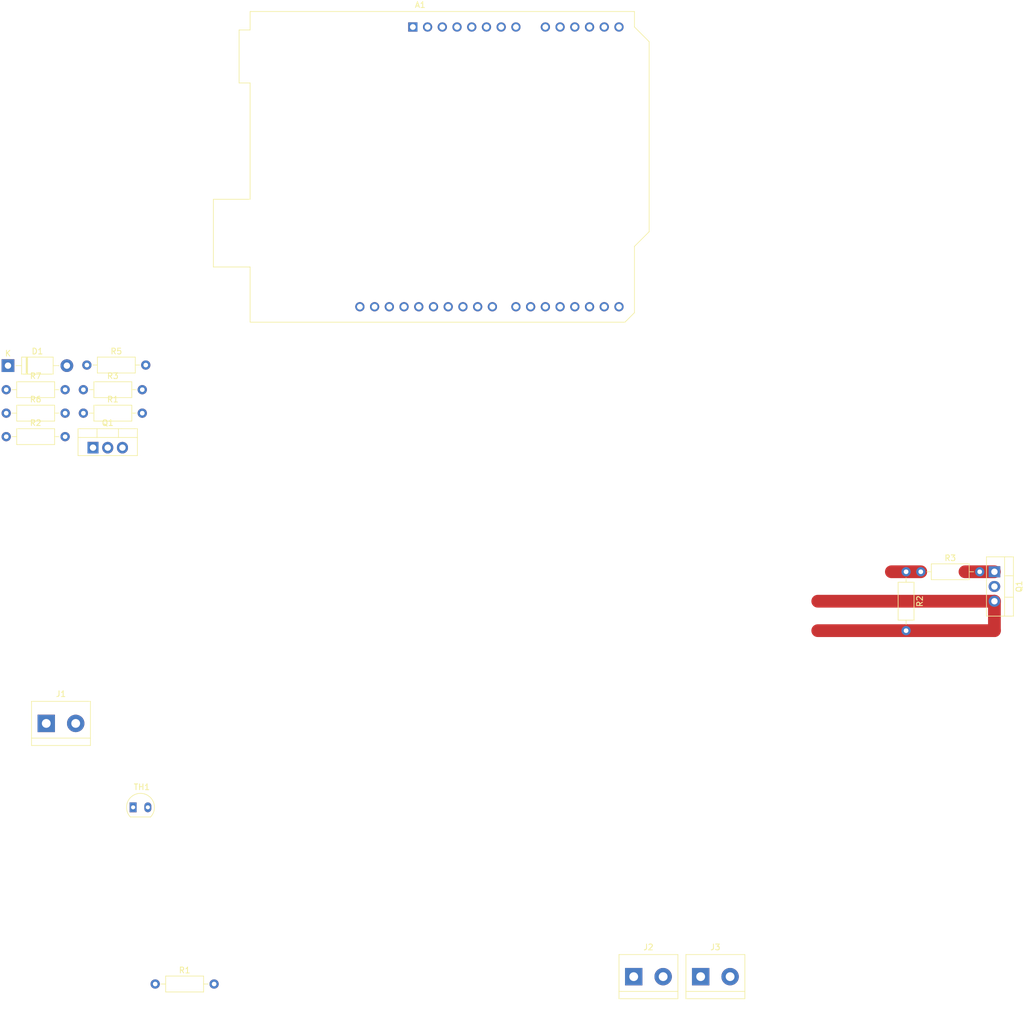
<source format=kicad_pcb>
(kicad_pcb (version 20211014) (generator pcbnew)
  (layers (0 "F.Cu" signal) (31 "B.Cu" signal) (34 "B.Paste" user) (35 "F.Paste" user) (36 "B.SilkS" user "B.Silkscreen") (37 "F.SilkS" user "F.Silkscreen") (38 "B.Mask" user) (39 "F.Mask" user) (44 "Edge.Cuts" user))
  (net 0 "")
  (net 5 "+5V")
  (net 6 "GND")
  (net 7 "+12V")
  (net 8 "/SENS")
  (net 14 "/LED_MAIN_PWR")
  (net 15 "/LED_HTR_WRN")
  (net 16 "/LED_HTR_RDY")
  (net 31 "VCC")
  (net 32 "Net-(J1-Pad2)")
  (net 33 "Net-(Q1-Pad1)")
  (net 34 "/HEAT")
  (net 35 "Net-(D1-Pad2)")
  (net 36 "/HEATER")
  (net 37 "Net-(J2A1-Pad5)")
  (net 38 "Net-(J2A1-Pad6)")
  (net 39 "Net-(J2A1-Pad7)")
  (footprint "Package_TO_SOT_THT:SOD-70_P2.54mm" (layer "F.Cu") (at 62.23 119.38)
    (fp_text reference "TH1" (at 1.5 -3.5) (layer "F.SilkS"))
    (fp_text value "KTY10")
    (fp_line (start 3.017141 1.66) (end -0.477141 1.66) (layer "F.SilkS") (width 0.12))
    (fp_arc (start -0.477141 1.66) (mid 1.27 -2.41) (end 3.017141 1.66) (layer "F.SilkS") (width 0.12))
    (pad "1" thru_hole rect (at 0 0) (size 1.2 1.7) (drill 0.7) (layers *.Cu *.Mask) (net 5 "+5V"))
    (pad "2" thru_hole oval (at 2.54 0) (size 1.2 1.7) (drill 0.7) (layers *.Cu *.Mask) (net 8 "/SENS"))
  )
  (footprint "TerminalBlock:TerminalBlock_bornier-2_P5.08mm" (layer "F.Cu") (at 47.244 104.902)
    (fp_text reference "J1" (at 2.54 -5.08) (layer "F.SilkS"))
    (fp_text value "Peltier_Terminal")
    (fp_line (start 7.62 2.54) (end -2.54 2.54) (layer "F.SilkS") (width 0.12))
    (fp_line (start -2.54 3.81) (end 7.62 3.81) (layer "F.SilkS") (width 0.12))
    (fp_line (start 7.62 3.81) (end 7.62 -3.81) (layer "F.SilkS") (width 0.12))
    (fp_line (start -2.54 -3.81) (end -2.54 3.81) (layer "F.SilkS") (width 0.12))
    (fp_line (start 7.62 -3.81) (end -2.54 -3.81) (layer "F.SilkS") (width 0.12))
    (pad "1" thru_hole rect (at 0 0) (size 3 3) (drill 1.52) (layers *.Cu *.Mask) (net 31 "VCC"))
    (pad "2" thru_hole circle (at 5.08 0) (size 3 3) (drill 1.52) (layers *.Cu *.Mask) (net 32 "Net-(J1-Pad2)"))
  )
  (footprint "Resistor_THT:R_Axial_DIN0207_L6.3mm_D2.5mm_P10.16mm_Horizontal" (layer "F.Cu") (at 40.34 47.33)
    (fp_text reference "R7" (at 5.08 -2.37) (layer "F.SilkS"))
    (fp_text value "R220")
    (fp_line (start 1.04 0) (end 1.81 0) (layer "F.SilkS") (width 0.12))
    (fp_line (start 9.12 0) (end 8.35 0) (layer "F.SilkS") (width 0.12))
    (fp_line (start 1.81 1.37) (end 8.35 1.37) (layer "F.SilkS") (width 0.12))
    (fp_line (start 8.35 -1.37) (end 1.81 -1.37) (layer "F.SilkS") (width 0.12))
    (fp_line (start 8.35 1.37) (end 8.35 -1.37) (layer "F.SilkS") (width 0.12))
    (fp_line (start 1.81 -1.37) (end 1.81 1.37) (layer "F.SilkS") (width 0.12))
    (pad "1" thru_hole circle (at 0 0) (size 1.6 1.6) (drill 0.8) (layers *.Cu *.Mask) (net 6 "GND"))
    (pad "2" thru_hole oval (at 10.16 0) (size 1.6 1.6) (drill 0.8) (layers *.Cu *.Mask) (net 39 "Net-(J2A1-Pad7)"))
  )
  (footprint "Resistor_THT:R_Axial_DIN0207_L6.3mm_D2.5mm_P10.16mm_Horizontal" (layer "F.Cu") (at 53.65 51.38)
    (fp_text reference "R1" (at 5.08 -2.37) (layer "F.SilkS"))
    (fp_text value "3k")
    (fp_line (start 1.81 1.37) (end 8.35 1.37) (layer "F.SilkS") (width 0.12))
    (fp_line (start 1.81 -1.37) (end 1.81 1.37) (layer "F.SilkS") (width 0.12))
    (fp_line (start 8.35 -1.37) (end 1.81 -1.37) (layer "F.SilkS") (width 0.12))
    (fp_line (start 1.04 0) (end 1.81 0) (layer "F.SilkS") (width 0.12))
    (fp_line (start 8.35 1.37) (end 8.35 -1.37) (layer "F.SilkS") (width 0.12))
    (fp_line (start 9.12 0) (end 8.35 0) (layer "F.SilkS") (width 0.12))
    (pad "1" thru_hole circle (at 0 0) (size 1.6 1.6) (drill 0.8) (layers *.Cu *.Mask) (net 8 "/SENS"))
    (pad "2" thru_hole oval (at 10.16 0) (size 1.6 1.6) (drill 0.8) (layers *.Cu *.Mask) (net 6 "GND"))
  )
  (footprint "TerminalBlock:TerminalBlock_bornier-2_P5.08mm" (layer "F.Cu") (at 148.59 148.59)
    (fp_text reference "J2" (at 2.54 -5.08) (layer "F.SilkS"))
    (fp_text value "12V_Terminal")
    (fp_line (start -2.54 -3.81) (end -2.54 3.81) (layer "F.SilkS") (width 0.12))
    (fp_line (start 7.62 3.81) (end 7.62 -3.81) (layer "F.SilkS") (width 0.12))
    (fp_line (start 7.62 -3.81) (end -2.54 -3.81) (layer "F.SilkS") (width 0.12))
    (fp_line (start -2.54 3.81) (end 7.62 3.81) (layer "F.SilkS") (width 0.12))
    (fp_line (start 7.62 2.54) (end -2.54 2.54) (layer "F.SilkS") (width 0.12))
    (pad "1" thru_hole rect (at 0 0) (size 3 3) (drill 1.52) (layers *.Cu *.Mask) (net 7 "+12V"))
    (pad "2" thru_hole circle (at 5.08 0) (size 3 3) (drill 1.52) (layers *.Cu *.Mask) (net 6 "GND"))
  )
  (footprint "Package_TO_SOT_THT:TO-220-3_Vertical" (layer "F.Cu") (at 210.82 78.74 -90)
    (fp_text reference "Q1" (at 2.54 -4.27 90) (layer "F.SilkS"))
    (fp_text value "IRF640")
    (fp_line (start 4.391 -3.27) (end 4.391 -1.76) (layer "F.SilkS") (width 0.12))
    (fp_line (start 7.66 -3.27) (end 7.66 1.371) (layer "F.SilkS") (width 0.12))
    (fp_line (start 0.69 -3.27) (end 0.69 -1.76) (layer "F.SilkS") (width 0.12))
    (fp_line (start -2.58 -1.76) (end 7.66 -1.76) (layer "F.SilkS") (width 0.12))
    (fp_line (start -2.58 1.371) (end 7.66 1.371) (layer "F.SilkS") (width 0.12))
    (fp_line (start -2.58 -3.27) (end 7.66 -3.27) (layer "F.SilkS") (width 0.12))
    (fp_line (start -2.58 -3.27) (end -2.58 1.371) (layer "F.SilkS") (width 0.12))
    (pad "1" thru_hole rect (at 0 0 270) (size 1.905 2) (drill 1.1) (layers *.Cu *.Mask) (net 33 "Net-(Q1-Pad1)"))
    (pad "2" thru_hole oval (at 2.54 0 270) (size 1.905 2) (drill 1.1) (layers *.Cu *.Mask) (net 32 "Net-(J1-Pad2)"))
    (pad "3" thru_hole oval (at 5.08 0 270) (size 1.905 2) (drill 1.1) (layers *.Cu *.Mask) (net 6 "GND"))
  )
  (footprint "Resistor_THT:R_Axial_DIN0207_L6.3mm_D2.5mm_P10.16mm_Horizontal" (layer "F.Cu") (at 53.65 47.33)
    (fp_text reference "R3" (at 5.08 -2.37) (layer "F.SilkS"))
    (fp_text value "1k")
    (fp_line (start 1.81 1.37) (end 8.35 1.37) (layer "F.SilkS") (width 0.12))
    (fp_line (start 1.04 0) (end 1.81 0) (layer "F.SilkS") (width 0.12))
    (fp_line (start 9.12 0) (end 8.35 0) (layer "F.SilkS") (width 0.12))
    (fp_line (start 8.35 -1.37) (end 1.81 -1.37) (layer "F.SilkS") (width 0.12))
    (fp_line (start 1.81 -1.37) (end 1.81 1.37) (layer "F.SilkS") (width 0.12))
    (fp_line (start 8.35 1.37) (end 8.35 -1.37) (layer "F.SilkS") (width 0.12))
    (pad "1" thru_hole circle (at 0 0) (size 1.6 1.6) (drill 0.8) (layers *.Cu *.Mask) (net 36 "/HEATER"))
    (pad "2" thru_hole oval (at 10.16 0) (size 1.6 1.6) (drill 0.8) (layers *.Cu *.Mask) (net 33 "Net-(Q1-Pad1)"))
  )
  (footprint "Package_TO_SOT_THT:TO-220-3_Vertical" (layer "F.Cu") (at 55.31 57.33)
    (fp_text reference "Q1" (at 2.54 -4.27) (layer "F.SilkS"))
    (fp_text value "IRF3205")
    (fp_line (start 0.69 -3.27) (end 0.69 -1.76) (layer "F.SilkS") (width 0.12))
    (fp_line (start 4.391 -3.27) (end 4.391 -1.76) (layer "F.SilkS") (width 0.12))
    (fp_line (start 7.66 -3.27) (end 7.66 1.371) (layer "F.SilkS") (width 0.12))
    (fp_line (start -2.58 -3.27) (end -2.58 1.371) (layer "F.SilkS") (width 0.12))
    (fp_line (start -2.58 -1.76) (end 7.66 -1.76) (layer "F.SilkS") (width 0.12))
    (fp_line (start -2.58 -3.27) (end 7.66 -3.27) (layer "F.SilkS") (width 0.12))
    (fp_line (start -2.58 1.371) (end 7.66 1.371) (layer "F.SilkS") (width 0.12))
    (pad "1" thru_hole rect (at 0 0) (size 1.905 2) (drill 1.1) (layers *.Cu *.Mask) (net 33 "Net-(Q1-Pad1)"))
    (pad "2" thru_hole oval (at 2.54 0) (size 1.905 2) (drill 1.1) (layers *.Cu *.Mask) (net 35 "Net-(D1-Pad2)"))
    (pad "3" thru_hole oval (at 5.08 0) (size 1.905 2) (drill 1.1) (layers *.Cu *.Mask) (net 6 "GND"))
  )
  (footprint "TerminalBlock:TerminalBlock_bornier-2_P5.08mm" (layer "F.Cu") (at 160.14 148.59)
    (fp_text reference "J3" (at 2.54 -5.08) (layer "F.SilkS"))
    (fp_text value "Sensor_Terminal")
    (fp_line (start -2.54 -3.81) (end -2.54 3.81) (layer "F.SilkS") (width 0.12))
    (fp_line (start 7.62 -3.81) (end -2.54 -3.81) (layer "F.SilkS") (width 0.12))
    (fp_line (start -2.54 3.81) (end 7.62 3.81) (layer "F.SilkS") (width 0.12))
    (fp_line (start 7.62 3.81) (end 7.62 -3.81) (layer "F.SilkS") (width 0.12))
    (fp_line (start 7.62 2.54) (end -2.54 2.54) (layer "F.SilkS") (width 0.12))
    (pad "1" thru_hole rect (at 0 0) (size 3 3) (drill 1.52) (layers *.Cu *.Mask) (net 5 "+5V"))
    (pad "2" thru_hole circle (at 5.08 0) (size 3 3) (drill 1.52) (layers *.Cu *.Mask) (net 8 "/SENS"))
  )
  (footprint "Resistor_THT:R_Axial_DIN0207_L6.3mm_D2.5mm_P10.16mm_Horizontal" (layer "F.Cu") (at 54.25 43.08)
    (fp_text reference "R5" (at 5.08 -2.37) (layer "F.SilkS"))
    (fp_text value "R220")
    (fp_line (start 8.35 1.37) (end 8.35 -1.37) (layer "F.SilkS") (width 0.12))
    (fp_line (start 1.04 0) (end 1.81 0) (layer "F.SilkS") (width 0.12))
    (fp_line (start 8.35 -1.37) (end 1.81 -1.37) (layer "F.SilkS") (width 0.12))
    (fp_line (start 1.81 -1.37) (end 1.81 1.37) (layer "F.SilkS") (width 0.12))
    (fp_line (start 1.81 1.37) (end 8.35 1.37) (layer "F.SilkS") (width 0.12))
    (fp_line (start 9.12 0) (end 8.35 0) (layer "F.SilkS") (width 0.12))
    (pad "1" thru_hole circle (at 0 0) (size 1.6 1.6) (drill 0.8) (layers *.Cu *.Mask) (net 6 "GND"))
    (pad "2" thru_hole oval (at 10.16 0) (size 1.6 1.6) (drill 0.8) (layers *.Cu *.Mask) (net 37 "Net-(J2A1-Pad5)"))
  )
  (footprint "Resistor_THT:R_Axial_DIN0207_L6.3mm_D2.5mm_P10.16mm_Horizontal" (layer "F.Cu") (at 66.04 149.86)
    (fp_text reference "R1" (at 5.08 -2.37) (layer "F.SilkS"))
    (fp_text value "3k")
    (fp_line (start 1.81 -1.37) (end 1.81 1.37) (layer "F.SilkS") (width 0.12))
    (fp_line (start 1.04 0) (end 1.81 0) (layer "F.SilkS") (width 0.12))
    (fp_line (start 9.12 0) (end 8.35 0) (layer "F.SilkS") (width 0.12))
    (fp_line (start 8.35 -1.37) (end 1.81 -1.37) (layer "F.SilkS") (width 0.12))
    (fp_line (start 8.35 1.37) (end 8.35 -1.37) (layer "F.SilkS") (width 0.12))
    (fp_line (start 1.81 1.37) (end 8.35 1.37) (layer "F.SilkS") (width 0.12))
    (pad "1" thru_hole circle (at 0 0) (size 1.6 1.6) (drill 0.8) (layers *.Cu *.Mask) (net 8 "/SENS"))
    (pad "2" thru_hole oval (at 10.16 0) (size 1.6 1.6) (drill 0.8) (layers *.Cu *.Mask) (net 6 "GND"))
  )
  (footprint "Resistor_THT:R_Axial_DIN0207_L6.3mm_D2.5mm_P10.16mm_Horizontal" (layer "F.Cu") (at 40.34 55.43)
    (fp_text reference "R2" (at 5.08 -2.37) (layer "F.SilkS"))
    (fp_text value "1k")
    (fp_line (start 9.12 0) (end 8.35 0) (layer "F.SilkS") (width 0.12))
    (fp_line (start 8.35 -1.37) (end 1.81 -1.37) (layer "F.SilkS") (width 0.12))
    (fp_line (start 1.81 1.37) (end 8.35 1.37) (layer "F.SilkS") (width 0.12))
    (fp_line (start 8.35 1.37) (end 8.35 -1.37) (layer "F.SilkS") (width 0.12))
    (fp_line (start 1.81 -1.37) (end 1.81 1.37) (layer "F.SilkS") (width 0.12))
    (fp_line (start 1.04 0) (end 1.81 0) (layer "F.SilkS") (width 0.12))
    (pad "1" thru_hole circle (at 0 0) (size 1.6 1.6) (drill 0.8) (layers *.Cu *.Mask) (net 36 "/HEATER"))
    (pad "2" thru_hole oval (at 10.16 0) (size 1.6 1.6) (drill 0.8) (layers *.Cu *.Mask) (net 6 "GND"))
  )
  (footprint "Module:Arduino_UNO_R3" (layer "F.Cu") (at 110.49 -15.24)
    (fp_text reference "A1" (at 1.27 -3.81 180) (layer "F.SilkS"))
    (fp_text value "Arduino_UNO_R3")
    (fp_line (start -28.07 -2.67) (end -28.07 0.51) (layer "F.SilkS") (width 0.12))
    (fp_line (start -34.42 29.72) (end -34.42 41.4) (layer "F.SilkS") (width 0.12))
    (fp_line (start -28.07 9.65) (end -28.07 29.72) (layer "F.SilkS") (width 0.12))
    (fp_line (start -28.07 29.72) (end -34.42 29.72) (layer "F.SilkS") (width 0.12))
    (fp_line (start 36.58 50.93) (end 38.23 49.28) (layer "F.SilkS") (width 0.12))
    (fp_line (start -28.07 41.4) (end -28.07 50.93) (layer "F.SilkS") (width 0.12))
    (fp_line (start -34.42 41.4) (end -28.07 41.4) (layer "F.SilkS") (width 0.12))
    (fp_line (start 38.23 0) (end 38.23 -2.67) (layer "F.SilkS") (width 0.12))
    (fp_line (start 40.77 35.31) (end 40.77 2.54) (layer "F.SilkS") (width 0.12))
    (fp_line (start 40.77 2.54) (end 38.23 0) (layer "F.SilkS") (width 0.12))
    (fp_line (start 38.23 -2.67) (end -28.07 -2.67) (layer "F.SilkS") (width 0.12))
    (fp_line (start -28.07 50.93) (end 36.58 50.93) (layer "F.SilkS") (width 0.12))
    (fp_line (start -28.07 0.51) (end -29.97 0.51) (layer "F.SilkS") (width 0.12))
    (fp_line (start 38.23 49.28) (end 38.23 37.85) (layer "F.SilkS") (width 0.12))
    (fp_line (start -29.97 9.65) (end -28.07 9.65) (layer "F.SilkS") (width 0.12))
    (fp_line (start -29.97 0.51) (end -29.97 9.65) (layer "F.SilkS") (width 0.12))
    (fp_line (start 38.23 37.85) (end 40.77 35.31) (layer "F.SilkS") (width 0.12))
    (pad "1" thru_hole rect (at 0 0 90) (size 1.6 1.6) (drill 1) (layers *.Cu *.Mask))
    (pad "2" thru_hole oval (at 2.54 0 90) (size 1.6 1.6) (drill 1) (layers *.Cu *.Mask))
    (pad "3" thru_hole oval (at 5.08 0 90) (size 1.6 1.6) (drill 1) (layers *.Cu *.Mask))
    (pad "4" thru_hole oval (at 7.62 0 90) (size 1.6 1.6) (drill 1) (layers *.Cu *.Mask))
    (pad "5" thru_hole oval (at 10.16 0 90) (size 1.6 1.6) (drill 1) (layers *.Cu *.Mask) (net 5 "+5V"))
    (pad "6" thru_hole oval (at 12.7 0 90) (size 1.6 1.6) (drill 1) (layers *.Cu *.Mask) (net 6 "GND"))
    (pad "7" thru_hole oval (at 15.24 0 90) (size 1.6 1.6) (drill 1) (layers *.Cu *.Mask) (net 6 "GND"))
    (pad "8" thru_hole oval (at 17.78 0 90) (size 1.6 1.6) (drill 1) (layers *.Cu *.Mask) (net 7 "+12V"))
    (pad "9" thru_hole oval (at 22.86 0 90) (size 1.6 1.6) (drill 1) (layers *.Cu *.Mask) (net 8 "/SENS"))
    (pad "10" thru_hole oval (at 25.4 0 90) (size 1.6 1.6) (drill 1) (layers *.Cu *.Mask))
    (pad "11" thru_hole oval (at 27.94 0 90) (size 1.6 1.6) (drill 1) (layers *.Cu *.Mask))
    (pad "12" thru_hole oval (at 30.48 0 90) (size 1.6 1.6) (drill 1) (layers *.Cu *.Mask))
    (pad "13" thru_hole oval (at 33.02 0 90) (size 1.6 1.6) (drill 1) (layers *.Cu *.Mask))
    (pad "14" thru_hole oval (at 35.56 0 90) (size 1.6 1.6) (drill 1) (layers *.Cu *.Mask))
    (pad "15" thru_hole oval (at 35.56 48.26 90) (size 1.6 1.6) (drill 1) (layers *.Cu *.Mask) (net 14 "/LED_MAIN_PWR"))
    (pad "16" thru_hole oval (at 33.02 48.26 90) (size 1.6 1.6) (drill 1) (layers *.Cu *.Mask) (net 15 "/LED_HTR_WRN"))
    (pad "17" thru_hole oval (at 30.48 48.26 90) (size 1.6 1.6) (drill 1) (layers *.Cu *.Mask) (net 16 "/LED_HTR_RDY"))
    (pad "18" thru_hole oval (at 27.94 48.26 90) (size 1.6 1.6) (drill 1) (layers *.Cu *.Mask))
    (pad "19" thru_hole oval (at 25.4 48.26 90) (size 1.6 1.6) (drill 1) (layers *.Cu *.Mask))
    (pad "20" thru_hole oval (at 22.86 48.26 90) (size 1.6 1.6) (drill 1) (layers *.Cu *.Mask))
    (pad "21" thru_hole oval (at 20.32 48.26 90) (size 1.6 1.6) (drill 1) (layers *.Cu *.Mask))
    (pad "22" thru_hole oval (at 17.78 48.26 90) (size 1.6 1.6) (drill 1) (layers *.Cu *.Mask))
    (pad "23" thru_hole oval (at 13.72 48.26 90) (size 1.6 1.6) (drill 1) (layers *.Cu *.Mask))
    (pad "24" thru_hole oval (at 11.18 48.26 90) (size 1.6 1.6) (drill 1) (layers *.Cu *.Mask))
    (pad "25" thru_hole oval (at 8.64 48.26 90) (size 1.6 1.6) (drill 1) (layers *.Cu *.Mask))
    (pad "26" thru_hole oval (at 6.1 48.26 90) (size 1.6 1.6) (drill 1) (layers *.Cu *.Mask))
    (pad "27" thru_hole oval (at 3.56 48.26 90) (size 1.6 1.6) (drill 1) (layers *.Cu *.Mask))
    (pad "28" thru_hole oval (at 1.02 48.26 90) (size 1.6 1.6) (drill 1) (layers *.Cu *.Mask))
    (pad "29" thru_hole oval (at -1.52 48.26 90) (size 1.6 1.6) (drill 1) (layers *.Cu *.Mask) (net 6 "GND"))
    (pad "30" thru_hole oval (at -4.06 48.26 90) (size 1.6 1.6) (drill 1) (layers *.Cu *.Mask))
    (pad "31" thru_hole oval (at -6.6 48.26 90) (size 1.6 1.6) (drill 1) (layers *.Cu *.Mask))
    (pad "32" thru_hole oval (at -9.14 48.26 90) (size 1.6 1.6) (drill 1) (layers *.Cu *.Mask))
  )
  (footprint "Diode_THT:D_DO-41_SOD81_P10.16mm_Horizontal" (layer "F.Cu") (at 40.64 43.18)
    (fp_text reference "D1" (at 5.08 -2.47) (layer "F.SilkS"))
    (fp_text value "1N4001")
    (fp_text user "K" (at 0 -2.1) (layer "F.SilkS"))
    (fp_line (start 3.38 -1.47) (end 3.38 1.47) (layer "F.SilkS") (width 0.12))
    (fp_line (start 1.34 0) (end 2.36 0) (layer "F.SilkS") (width 0.12))
    (fp_line (start 2.36 -1.47) (end 2.36 1.47) (layer "F.SilkS") (width 0.12))
    (fp_line (start 7.8 1.47) (end 7.8 -1.47) (layer "F.SilkS") (width 0.12))
    (fp_line (start 7.8 -1.47) (end 2.36 -1.47) (layer "F.SilkS") (width 0.12))
    (fp_line (start 3.14 -1.47) (end 3.14 1.47) (layer "F.SilkS") (width 0.12))
    (fp_line (start 3.26 -1.47) (end 3.26 1.47) (layer "F.SilkS") (width 0.12))
    (fp_line (start 8.82 0) (end 7.8 0) (layer "F.SilkS") (width 0.12))
    (fp_line (start 2.36 1.47) (end 7.8 1.47) (layer "F.SilkS") (width 0.12))
    (pad "1" thru_hole rect (at 0 0) (size 2.2 2.2) (drill 1.1) (layers *.Cu *.Mask) (net 5 "+5V"))
    (pad "2" thru_hole oval (at 10.16 0) (size 2.2 2.2) (drill 1.1) (layers *.Cu *.Mask) (net 35 "Net-(D1-Pad2)"))
  )
  (footprint "Resistor_THT:R_Axial_DIN0207_L6.3mm_D2.5mm_P10.16mm_Horizontal" (layer "F.Cu") (at 40.34 51.38)
    (fp_text reference "R6" (at 5.08 -2.37) (layer "F.SilkS"))
    (fp_text value "R220")
    (fp_line (start 8.35 -1.37) (end 1.81 -1.37) (layer "F.SilkS") (width 0.12))
    (fp_line (start 9.12 0) (end 8.35 0) (layer "F.SilkS") (width 0.12))
    (fp_line (start 1.04 0) (end 1.81 0) (layer "F.SilkS") (width 0.12))
    (fp_line (start 1.81 -1.37) (end 1.81 1.37) (layer "F.SilkS") (width 0.12))
    (fp_line (start 8.35 1.37) (end 8.35 -1.37) (layer "F.SilkS") (width 0.12))
    (fp_line (start 1.81 1.37) (end 8.35 1.37) (layer "F.SilkS") (width 0.12))
    (pad "1" thru_hole circle (at 0 0) (size 1.6 1.6) (drill 0.8) (layers *.Cu *.Mask) (net 6 "GND"))
    (pad "2" thru_hole oval (at 10.16 0) (size 1.6 1.6) (drill 0.8) (layers *.Cu *.Mask) (net 38 "Net-(J2A1-Pad6)"))
  )
  (footprint "Resistor_THT:R_Axial_DIN0207_L6.3mm_D2.5mm_P10.16mm_Horizontal" (layer "F.Cu") (at 198.12 78.74)
    (fp_text reference "R3" (at 5.08 -2.37) (layer "F.SilkS"))
    (fp_text value "1k")
    (fp_line (start 9.12 0) (end 8.35 0) (layer "F.SilkS") (width 0.12))
    (fp_line (start 1.81 -1.37) (end 1.81 1.37) (layer "F.SilkS") (width 0.12))
    (fp_line (start 8.35 -1.37) (end 1.81 -1.37) (layer "F.SilkS") (width 0.12))
    (fp_line (start 1.81 1.37) (end 8.35 1.37) (layer "F.SilkS") (width 0.12))
    (fp_line (start 8.35 1.37) (end 8.35 -1.37) (layer "F.SilkS") (width 0.12))
    (fp_line (start 1.04 0) (end 1.81 0) (layer "F.SilkS") (width 0.12))
    (pad "1" thru_hole circle (at 0 0) (size 1.6 1.6) (drill 0.8) (layers *.Cu *.Mask) (net 34 "/HEAT"))
    (pad "2" thru_hole oval (at 10.16 0) (size 1.6 1.6) (drill 0.8) (layers *.Cu *.Mask) (net 33 "Net-(Q1-Pad1)"))
  )
  (footprint "Resistor_THT:R_Axial_DIN0207_L6.3mm_D2.5mm_P10.16mm_Horizontal" (layer "F.Cu") (at 195.58 78.74 -90)
    (fp_text reference "R2" (at 5.08 -2.37 -90) (layer "F.SilkS"))
    (fp_text value "1k")
    (fp_line (start 8.35 1.37) (end 8.35 -1.37) (layer "F.SilkS") (width 0.12))
    (fp_line (start 1.04 0) (end 1.81 0) (layer "F.SilkS") (width 0.12))
    (fp_line (start 9.12 0) (end 8.35 0) (layer "F.SilkS") (width 0.12))
    (fp_line (start 8.35 -1.37) (end 1.81 -1.37) (layer "F.SilkS") (width 0.12))
    (fp_line (start 1.81 1.37) (end 8.35 1.37) (layer "F.SilkS") (width 0.12))
    (fp_line (start 1.81 -1.37) (end 1.81 1.37) (layer "F.SilkS") (width 0.12))
    (pad "1" thru_hole circle (at 0 0 270) (size 1.6 1.6) (drill 0.8) (layers *.Cu *.Mask) (net 34 "/HEAT"))
    (pad "2" thru_hole oval (at 10.16 0 270) (size 1.6 1.6) (drill 0.8) (layers *.Cu *.Mask) (net 6 "GND"))
  )
  (segment (start 195.58 88.9) (end 210.82 88.9) (width 2.2) (layer "F.Cu") (net 6))
  (segment (start 195.58 88.9) (end 180.34 88.9) (width 2.2) (layer "F.Cu") (net 6))
  (segment (start 210.82 83.82) (end 210.82 88.9) (width 2.2) (layer "F.Cu") (net 6))
  (segment (start 210.82 83.82) (end 180.34 83.82) (width 2.2) (layer "F.Cu") (net 6))
  (segment (start 210.82 78.74) (end 205.74 78.74) (width 2.2) (layer "F.Cu") (net 33))
  (segment (start 198.12 78.74) (end 193.04 78.74) (width 2.2) (layer "F.Cu") (net 34))
)
</source>
